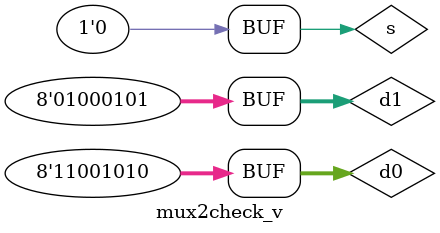
<source format=v>
`timescale 1ns / 1ps


module mux2check_v;

	// Inputs
	reg [7:0] d0;
	reg [7:0] d1;
	reg s;

	// Outputs
	wire [7:0] y;

	// Instantiate the Unit Under Test (UUT)
	mux2d uut (
		.d0(d0), 
		.d1(d1), 
		.s(s), 
		.y(y)
	);

	initial begin
		// Initialize Inputs
		d0 = 8'hCA;
		d1 = 8'h45;
		s = 1;

		// Wait 100 ns for global reset to finish
		#10;
        d0 = 8'hCA;
		d1 = 8'h45;
		s = 0;

		// Wait 100 ns for global reset to finish
		#10;
		// Add stimulus here

	end
      
endmodule


</source>
